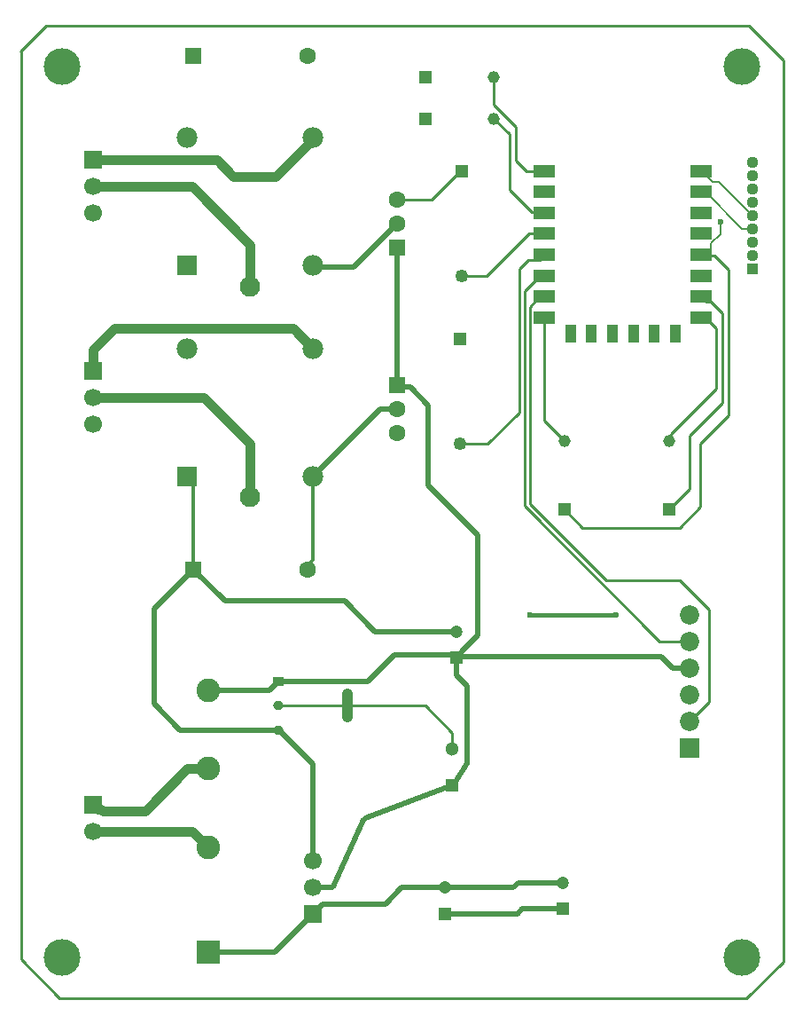
<source format=gtl>
G04*
G04 #@! TF.GenerationSoftware,Altium Limited,Altium Designer,22.1.2 (22)*
G04*
G04 Layer_Physical_Order=1*
G04 Layer_Color=255*
%FSLAX43Y43*%
%MOMM*%
G71*
G04*
G04 #@! TF.SameCoordinates,B9ED1628-3B94-4FFD-BB59-448334CAC492*
G04*
G04*
G04 #@! TF.FilePolarity,Positive*
G04*
G01*
G75*
%ADD10C,0.127*%
%ADD13C,0.300*%
%ADD16C,0.254*%
%ADD17R,1.100X1.700*%
%ADD18R,2.000X1.200*%
%ADD19R,1.004X0.872*%
G04:AMPARAMS|DCode=20|XSize=1.004mm|YSize=0.872mm|CornerRadius=0.436mm|HoleSize=0mm|Usage=FLASHONLY|Rotation=0.000|XOffset=0mm|YOffset=0mm|HoleType=Round|Shape=RoundedRectangle|*
%AMROUNDEDRECTD20*
21,1,1.004,0.000,0,0,0.0*
21,1,0.132,0.872,0,0,0.0*
1,1,0.872,0.066,0.000*
1,1,0.872,-0.066,0.000*
1,1,0.872,-0.066,0.000*
1,1,0.872,0.066,0.000*
%
%ADD20ROUNDEDRECTD20*%
G04:AMPARAMS|DCode=21|XSize=1.004mm|YSize=3.182mm|CornerRadius=0.437mm|HoleSize=0mm|Usage=FLASHONLY|Rotation=0.000|XOffset=0mm|YOffset=0mm|HoleType=Round|Shape=RoundedRectangle|*
%AMROUNDEDRECTD21*
21,1,1.004,2.308,0,0,0.0*
21,1,0.131,3.182,0,0,0.0*
1,1,0.874,0.065,-1.154*
1,1,0.874,-0.065,-1.154*
1,1,0.874,-0.065,1.154*
1,1,0.874,0.065,1.154*
%
%ADD21ROUNDEDRECTD21*%
%ADD22C,0.900*%
%ADD26C,1.200*%
%ADD27R,1.200X1.200*%
%ADD28C,1.300*%
%ADD29R,1.300X1.300*%
%ADD30C,1.120*%
%ADD31R,1.120X1.120*%
%ADD34R,1.150X1.150*%
%ADD35C,1.150*%
%ADD41R,1.840X1.840*%
%ADD42C,1.840*%
%ADD45C,1.600*%
%ADD46R,1.600X1.600*%
%ADD47R,1.150X1.150*%
%ADD48C,1.250*%
%ADD49R,1.250X1.250*%
%ADD52C,0.400*%
%ADD53C,0.500*%
%ADD54R,1.700X1.700*%
%ADD55C,1.700*%
%ADD56C,1.980*%
%ADD57C,1.935*%
%ADD58R,1.980X1.980*%
%ADD59C,2.265*%
%ADD60R,2.265X2.265*%
%ADD61C,0.600*%
%ADD62C,3.500*%
D10*
X65098Y79045D02*
X66133Y78010D01*
X66800D01*
X70000Y74810D01*
X65498Y71045D02*
X66035Y71581D01*
Y72112D02*
X66900Y72978D01*
X66035Y71581D02*
Y72112D01*
X66900Y72978D02*
Y74200D01*
X69003Y73540D02*
X70000D01*
X65498Y77045D02*
X69003Y73540D01*
X65098Y77045D02*
X65498D01*
D13*
X28000Y41926D02*
Y49900D01*
X27438Y41364D02*
X28000Y41926D01*
X16562Y41000D02*
Y49338D01*
D16*
X50Y90450D02*
X2500Y92900D01*
X69600D01*
X72900Y89600D01*
Y3600D02*
Y89600D01*
X69400Y100D02*
X72900Y3600D01*
X3800Y100D02*
X69400D01*
X100Y3800D02*
X3800Y100D01*
X100Y3800D02*
Y86600D01*
Y90000D01*
Y90400D01*
X45280Y85346D02*
X47400Y83226D01*
X48355Y79045D02*
X50098D01*
X47400Y80000D02*
X48355Y79045D01*
X47400Y80000D02*
Y83226D01*
X45280Y84000D02*
X46739Y82541D01*
X45280Y85346D02*
Y88000D01*
X46739Y77261D02*
Y82541D01*
Y77261D02*
X48866Y75134D01*
X64000Y26540D02*
X65800Y28340D01*
Y37200D01*
X63000Y40000D02*
X65800Y37200D01*
X48217Y47070D02*
X61127Y34160D01*
X48217Y47070D02*
Y67564D01*
X61127Y34160D02*
X64000D01*
X41700Y32705D02*
X41805D01*
X48645Y73045D02*
X50098D01*
X44600Y69000D02*
X48645Y73045D01*
X42000Y69000D02*
X44600D01*
X48866Y75134D02*
X50009D01*
X50098Y75045D01*
X65000Y53000D02*
X67700Y55700D01*
Y69600D01*
X66330Y70970D02*
X67700Y69600D01*
X65000Y47000D02*
Y53000D01*
X65098Y65045D02*
X65498D01*
X66028Y66572D02*
X67100Y65500D01*
Y56900D02*
Y65500D01*
X65098Y67045D02*
X65571Y66572D01*
X65498Y65045D02*
X66500Y64043D01*
X62162Y53962D02*
X66500Y58300D01*
Y64043D01*
X65571Y66572D02*
X66028D01*
X64000Y53800D02*
X67100Y56900D01*
X65498Y71045D02*
X65573Y70970D01*
X65098Y71045D02*
X65498D01*
X65573Y70970D02*
X66330D01*
X62000Y53280D02*
X62162Y53442D01*
Y53962D01*
X64000Y48720D02*
Y53800D01*
X42000Y53000D02*
X44700D01*
X47700Y69700D02*
X48572Y70572D01*
X44700Y53000D02*
X47700Y56000D01*
Y69700D01*
X41400Y32900D02*
X41700Y32600D01*
X42656Y22388D02*
X42700Y22453D01*
X41300Y20400D02*
X41667Y20923D01*
Y20938D01*
X29937Y10778D02*
X29970Y10811D01*
X29862Y10704D02*
X29937Y10778D01*
X32907Y17229D02*
X32958Y17249D01*
X32836Y17158D02*
X32907Y17229D01*
X24639Y30290D02*
X24705D01*
X42173Y33073D02*
Y33178D01*
X41805Y32705D02*
X42173Y33073D01*
X31295Y28000D02*
X38700D01*
X41300Y23900D02*
Y25400D01*
X38700Y28000D02*
X41300Y25400D01*
X24705Y28000D02*
X31295D01*
X48721Y47279D02*
X56000Y40000D01*
X63000D01*
Y45000D02*
X65000Y47000D01*
X53720Y45000D02*
X63000D01*
X62000Y46720D02*
X64000Y48720D01*
X52000Y46720D02*
X53720Y45000D01*
X48721Y47279D02*
Y66068D01*
X48217Y67564D02*
X49698Y69045D01*
X48721Y66068D02*
X49698Y67045D01*
X50098D01*
Y55182D02*
Y65045D01*
Y55182D02*
X52000Y53280D01*
X49698Y69045D02*
X50098D01*
Y65045D02*
X50498D01*
X48572Y70572D02*
X49625D01*
X50098Y71045D01*
X39290Y76290D02*
X42000Y79000D01*
X36000Y76290D02*
X39290D01*
X24705Y25710D02*
X24771D01*
X27438Y41000D02*
Y41364D01*
X16000Y49900D02*
X16562Y49338D01*
D17*
X62598Y63545D02*
D03*
X60598D02*
D03*
X58598D02*
D03*
X56598D02*
D03*
X54598D02*
D03*
X52598D02*
D03*
D18*
X65098Y79045D02*
D03*
Y77045D02*
D03*
Y75045D02*
D03*
Y73045D02*
D03*
Y71045D02*
D03*
Y69045D02*
D03*
Y67045D02*
D03*
Y65045D02*
D03*
X50098D02*
D03*
Y67045D02*
D03*
Y69045D02*
D03*
Y71045D02*
D03*
Y73045D02*
D03*
Y75045D02*
D03*
Y77045D02*
D03*
Y79045D02*
D03*
D19*
X24705Y30290D02*
D03*
D20*
Y28000D02*
D03*
Y25710D02*
D03*
D21*
X31295Y28000D02*
D03*
D22*
X7000Y80080D02*
X18858D01*
X22000Y67900D02*
Y72000D01*
X7000Y77540D02*
X16460D01*
X28000Y62100D02*
X28050Y62050D01*
X26100Y64000D02*
X28000Y62100D01*
X9000Y64000D02*
X26100D01*
X7000Y60000D02*
Y62000D01*
X9000Y64000D01*
X7000Y57460D02*
X17540D01*
X22000Y53000D01*
X24440Y78540D02*
X28000Y82100D01*
X18858Y80080D02*
X20397Y78540D01*
X24440D01*
X16460Y77540D02*
X22000Y72000D01*
X7000Y18540D02*
X7400Y18140D01*
X7787D02*
X7927Y18000D01*
X16000Y22000D02*
X18000D01*
X12000Y18000D02*
X16000Y22000D01*
X7400Y18140D02*
X7787D01*
X7927Y18000D02*
X12000D01*
X22000Y47900D02*
Y53000D01*
X16500Y16000D02*
X18000Y14500D01*
X7000Y16000D02*
X16500D01*
D26*
X51900Y11150D02*
D03*
X41700Y35100D02*
D03*
X40600Y10650D02*
D03*
D27*
X51900Y8650D02*
D03*
X41700Y32600D02*
D03*
X40600Y8150D02*
D03*
D28*
X41300Y23900D02*
D03*
D29*
Y20400D02*
D03*
D30*
X70000Y79890D02*
D03*
Y78620D02*
D03*
Y77350D02*
D03*
Y76080D02*
D03*
Y74810D02*
D03*
Y73540D02*
D03*
Y72270D02*
D03*
Y71000D02*
D03*
D31*
Y69730D02*
D03*
D34*
X38720Y88000D02*
D03*
Y84000D02*
D03*
D35*
X45280Y88000D02*
D03*
Y84000D02*
D03*
X62000Y53280D02*
D03*
X52000D02*
D03*
D41*
X64000Y24000D02*
D03*
D42*
Y26540D02*
D03*
Y29080D02*
D03*
Y31620D02*
D03*
Y34160D02*
D03*
Y36700D02*
D03*
D45*
X36000Y74000D02*
D03*
Y76290D02*
D03*
Y56290D02*
D03*
Y54000D02*
D03*
X27438Y41000D02*
D03*
Y90000D02*
D03*
D46*
X36000Y71710D02*
D03*
Y58580D02*
D03*
X16562Y41000D02*
D03*
Y90000D02*
D03*
D47*
X62000Y46720D02*
D03*
X52000D02*
D03*
D48*
X42200Y69000D02*
D03*
X42000Y53000D02*
D03*
D49*
X42200Y79000D02*
D03*
X42000Y63000D02*
D03*
D52*
X48700Y36700D02*
X56900D01*
D53*
X43700Y34705D02*
Y44300D01*
X39000Y49000D02*
X43700Y44300D01*
X42173Y33178D02*
X43700Y34705D01*
X15290Y25710D02*
X24705D01*
X12800Y37238D02*
X16562Y41000D01*
X12800Y28200D02*
X15290Y25710D01*
X12800Y28200D02*
Y37238D01*
X39000Y49000D02*
Y56700D01*
X36000Y58580D02*
X36137Y58443D01*
X37257D02*
X39000Y56700D01*
X36137Y58443D02*
X37257D01*
X24343Y4500D02*
X28943Y9100D01*
X36450Y10650D02*
X47150D01*
X47650Y11150D02*
X51900D01*
X47150Y10650D02*
X47650Y11150D01*
X34900Y9100D02*
X36450Y10650D01*
X28943Y9100D02*
X34900D01*
X41700Y30900D02*
X42700Y29900D01*
X41700Y30900D02*
X41700Y32600D01*
X42700Y22453D02*
Y29900D01*
X41667Y20938D02*
X42656Y22388D01*
X48000Y8650D02*
X51900D01*
X40600Y8150D02*
X47500D01*
X48000Y8650D01*
X18000Y4500D02*
X24343D01*
X29970Y10811D02*
X32836Y17158D01*
X28007Y10704D02*
X29862D01*
X32958Y17249D02*
X41300Y20400D01*
X41805Y32705D02*
X61295D01*
X33905Y35100D02*
X41700D01*
X19562Y38000D02*
X31005D01*
X33905Y35100D01*
X16562Y41000D02*
X19562Y38000D01*
X35800Y32900D02*
X41400D01*
X24705Y30290D02*
X33190D01*
X35800Y32900D01*
X61295Y32705D02*
X62380Y31620D01*
X64000D01*
X18000Y29500D02*
X23849D01*
X24639Y30290D01*
X36000Y58580D02*
Y71710D01*
X24771Y25710D02*
X28007Y22474D01*
Y13244D02*
Y22474D01*
X34390Y56290D02*
X36000D01*
X28000Y49900D02*
X34390Y56290D01*
X31900Y69900D02*
X36000Y74000D01*
X28000Y69900D02*
X31900D01*
D54*
X7000Y80080D02*
D03*
Y60000D02*
D03*
X28007Y8164D02*
D03*
X7000Y18540D02*
D03*
D55*
Y77540D02*
D03*
Y75000D02*
D03*
Y57460D02*
D03*
Y54920D02*
D03*
X28007Y10704D02*
D03*
Y13244D02*
D03*
X7000Y16000D02*
D03*
D56*
X16000Y62100D02*
D03*
X28000D02*
D03*
Y49900D02*
D03*
X16000Y82200D02*
D03*
X28000D02*
D03*
Y70000D02*
D03*
D57*
X22000Y47900D02*
D03*
X22000Y68000D02*
D03*
D58*
X16000Y49900D02*
D03*
X16000Y70000D02*
D03*
D59*
X18000Y29500D02*
D03*
Y22000D02*
D03*
Y14500D02*
D03*
D60*
Y4500D02*
D03*
D61*
X56900Y36700D02*
D03*
X48700D02*
D03*
X66900Y74200D02*
D03*
D62*
X69000Y4000D02*
D03*
X4000D02*
D03*
Y89000D02*
D03*
X69000D02*
D03*
M02*

</source>
